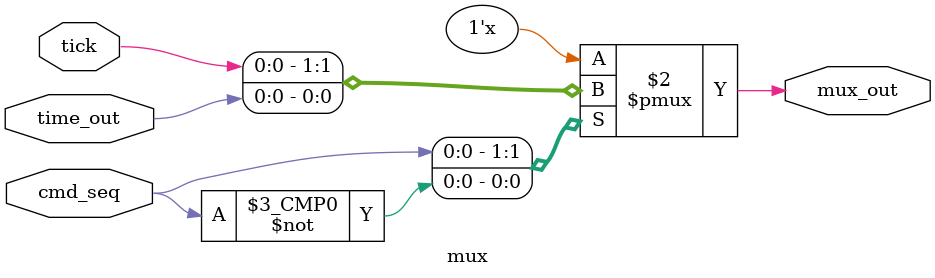
<source format=sv>
module mux (
    input logic tick,
    input logic time_out,
    input logic cmd_seq,
    output logic mux_out
);

    always_comb
      unique case(cmd_seq)
      1'b1 : mux_out = tick;
      1'b0 : mux_out = time_out;
      default: mux_out = 1'b0;
    endcase

endmodule

</source>
